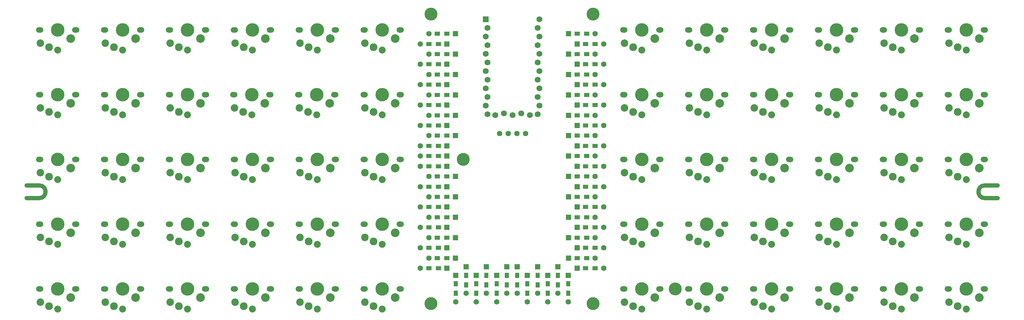
<source format=gbr>
%TF.GenerationSoftware,KiCad,Pcbnew,(6.0.0-rc1-306-g01eebd0b9d)*%
%TF.CreationDate,2022-02-27T11:11:43+00:00*%
%TF.ProjectId,lumberelite,6c756d62-6572-4656-9c69-74652e6b6963,2022.2*%
%TF.SameCoordinates,Original*%
%TF.FileFunction,Soldermask,Bot*%
%TF.FilePolarity,Negative*%
%FSLAX46Y46*%
G04 Gerber Fmt 4.6, Leading zero omitted, Abs format (unit mm)*
G04 Created by KiCad (PCBNEW (6.0.0-rc1-306-g01eebd0b9d)) date 2022-02-27 11:11:43*
%MOMM*%
%LPD*%
G01*
G04 APERTURE LIST*
%ADD10C,1.250000*%
%ADD11C,1.701800*%
%ADD12C,3.987800*%
%ADD13C,2.540000*%
%ADD14C,2.032000*%
%ADD15C,2.286000*%
%ADD16C,2.200000*%
%ADD17R,1.600000X1.600000*%
%ADD18R,1.600000X1.200000*%
%ADD19C,1.600000*%
%ADD20R,1.200000X1.600000*%
%ADD21C,3.800000*%
%ADD22R,1.752600X1.752600*%
%ADD23C,1.752600*%
G04 APERTURE END LIST*
D10*
%TO.C,HOLE*%
X50000000Y-108375000D02*
X53708900Y-108375000D01*
X53708900Y-104625000D02*
X50000000Y-104625000D01*
X53708900Y-108375000D02*
G75*
G03*
X53708900Y-104625000I0J1875000D01*
G01*
X331291200Y-108375000D02*
X335000100Y-108375000D01*
X335000100Y-104625000D02*
X331291200Y-104625000D01*
X331291200Y-104625000D02*
G75*
G03*
X331291200Y-108375000I0J-1875000D01*
G01*
%TD*%
D11*
%TO.C,SW_1_12*%
X331350000Y-58875000D03*
X320350000Y-58875000D03*
X330930000Y-58875000D03*
X320770000Y-58875000D03*
D12*
X325850000Y-58875000D03*
D13*
X329660000Y-61415000D03*
D14*
X325850000Y-64775000D03*
D15*
X323310000Y-63955000D03*
D16*
X320750000Y-62775000D03*
%TD*%
D11*
%TO.C,SW_1_9*%
X273780000Y-58875000D03*
X263620000Y-58875000D03*
X263200000Y-58875000D03*
X274200000Y-58875000D03*
D12*
X268700000Y-58875000D03*
D13*
X272510000Y-61415000D03*
D14*
X268700000Y-64775000D03*
D16*
X263600000Y-62775000D03*
D15*
X266160000Y-63955000D03*
%TD*%
D11*
%TO.C,SW_2_12*%
X320350000Y-77925000D03*
X331350000Y-77925000D03*
X320770000Y-77925000D03*
X330930000Y-77925000D03*
D12*
X325850000Y-77925000D03*
D14*
X325850000Y-83825000D03*
D13*
X329660000Y-80465000D03*
D16*
X320750000Y-81825000D03*
D15*
X323310000Y-83005000D03*
%TD*%
D11*
%TO.C,SW_2_9*%
X274200000Y-77925000D03*
D12*
X268700000Y-77925000D03*
D11*
X263620000Y-77925000D03*
X263200000Y-77925000D03*
X273780000Y-77925000D03*
D13*
X272510000Y-80465000D03*
D14*
X268700000Y-83825000D03*
D15*
X266160000Y-83005000D03*
D16*
X263600000Y-81825000D03*
%TD*%
D11*
%TO.C,SW_3_12*%
X320770000Y-96975000D03*
D12*
X325850000Y-96975000D03*
D11*
X331350000Y-96975000D03*
X330930000Y-96975000D03*
X320350000Y-96975000D03*
D14*
X325850000Y-102875000D03*
D13*
X329660000Y-99515000D03*
D15*
X323310000Y-102055000D03*
D16*
X320750000Y-100875000D03*
%TD*%
D12*
%TO.C,SW_3_11*%
X306800000Y-96975000D03*
D11*
X301300000Y-96975000D03*
X311880000Y-96975000D03*
X312300000Y-96975000D03*
X301720000Y-96975000D03*
D13*
X310610000Y-99515000D03*
D14*
X306800000Y-102875000D03*
D16*
X301700000Y-100875000D03*
D15*
X304260000Y-102055000D03*
%TD*%
D11*
%TO.C,SW_2_8*%
X244570000Y-77925000D03*
X244150000Y-77925000D03*
D12*
X249650000Y-77925000D03*
D11*
X255150000Y-77925000D03*
X254730000Y-77925000D03*
D14*
X249650000Y-83825000D03*
D13*
X253460000Y-80465000D03*
D16*
X244550000Y-81825000D03*
D15*
X247110000Y-83005000D03*
%TD*%
D11*
%TO.C,SW_4_12*%
X320770000Y-116025000D03*
X331350000Y-116025000D03*
X330930000Y-116025000D03*
D12*
X325850000Y-116025000D03*
D11*
X320350000Y-116025000D03*
D13*
X329660000Y-118565000D03*
D14*
X325850000Y-121925000D03*
D15*
X323310000Y-121105000D03*
D16*
X320750000Y-119925000D03*
%TD*%
D11*
%TO.C,SW_5_12*%
X331350000Y-135075000D03*
X320350000Y-135075000D03*
X320770000Y-135075000D03*
D12*
X325850000Y-135075000D03*
D11*
X330930000Y-135075000D03*
D14*
X325850000Y-140975000D03*
D13*
X329660000Y-137615000D03*
D16*
X320750000Y-138975000D03*
D15*
X323310000Y-140155000D03*
%TD*%
D11*
%TO.C,SW_4_10*%
X292830000Y-116025000D03*
X282670000Y-116025000D03*
D12*
X287750000Y-116025000D03*
D11*
X293250000Y-116025000D03*
X282250000Y-116025000D03*
D13*
X291560000Y-118565000D03*
D14*
X287750000Y-121925000D03*
D15*
X285210000Y-121105000D03*
D16*
X282650000Y-119925000D03*
%TD*%
D11*
%TO.C,SW_4_9*%
X263200000Y-116025000D03*
D12*
X268700000Y-116025000D03*
D11*
X263620000Y-116025000D03*
X274200000Y-116025000D03*
X273780000Y-116025000D03*
D13*
X272510000Y-118565000D03*
D14*
X268700000Y-121925000D03*
D16*
X263600000Y-119925000D03*
D15*
X266160000Y-121105000D03*
%TD*%
D11*
%TO.C,SW_5_2*%
X73120000Y-135075000D03*
X83280000Y-135075000D03*
D12*
X78200000Y-135075000D03*
D11*
X83700000Y-135075000D03*
X72700000Y-135075000D03*
D13*
X82010000Y-137615000D03*
D14*
X78200000Y-140975000D03*
D16*
X73100000Y-138975000D03*
D15*
X75660000Y-140155000D03*
%TD*%
D11*
%TO.C,SW_5_4*%
X111220000Y-135075000D03*
D12*
X116300000Y-135075000D03*
D11*
X110800000Y-135075000D03*
X121800000Y-135075000D03*
X121380000Y-135075000D03*
D13*
X120110000Y-137615000D03*
D14*
X116300000Y-140975000D03*
D15*
X113760000Y-140155000D03*
D16*
X111200000Y-138975000D03*
%TD*%
D11*
%TO.C,SW_5_5*%
X140430000Y-135075000D03*
X129850000Y-135075000D03*
D12*
X135350000Y-135075000D03*
D11*
X130270000Y-135075000D03*
X140850000Y-135075000D03*
D14*
X135350000Y-140975000D03*
D13*
X139160000Y-137615000D03*
D15*
X132810000Y-140155000D03*
D16*
X130250000Y-138975000D03*
%TD*%
D11*
%TO.C,SW_5_9*%
X263620000Y-135075000D03*
X263200000Y-135075000D03*
X273780000Y-135075000D03*
X274200000Y-135075000D03*
D12*
X268700000Y-135075000D03*
D13*
X272510000Y-137615000D03*
D14*
X268700000Y-140975000D03*
D16*
X263600000Y-138975000D03*
D15*
X266160000Y-140155000D03*
%TD*%
D17*
%TO.C,D_2_6*%
X175900000Y-78000000D03*
D18*
X173400000Y-78000000D03*
X170600000Y-78000000D03*
D19*
X168100000Y-78000000D03*
%TD*%
D18*
%TO.C,D_4_6*%
X173400000Y-114000000D03*
D17*
X175900000Y-114000000D03*
D19*
X168100000Y-114000000D03*
D18*
X170600000Y-114000000D03*
%TD*%
D20*
%TO.C,D_5_6*%
X191000000Y-131100000D03*
D17*
X191000000Y-128600000D03*
D19*
X191000000Y-136400000D03*
D20*
X191000000Y-133900000D03*
%TD*%
%TO.C,D_5_5*%
X188000000Y-133600000D03*
D17*
X188000000Y-131100000D03*
D20*
X188000000Y-136400000D03*
D19*
X188000000Y-138900000D03*
%TD*%
D20*
%TO.C,D_5_4*%
X185000000Y-131100000D03*
D17*
X185000000Y-128600000D03*
D19*
X185000000Y-136400000D03*
D20*
X185000000Y-133900000D03*
%TD*%
D17*
%TO.C,D_5_2*%
X179000000Y-128600000D03*
D20*
X179000000Y-131100000D03*
D19*
X179000000Y-136400000D03*
D20*
X179000000Y-133900000D03*
%TD*%
D17*
%TO.C,D_1_2*%
X175900000Y-72000000D03*
D18*
X173400000Y-72000000D03*
X170600000Y-72000000D03*
D19*
X168100000Y-72000000D03*
%TD*%
D21*
%TO.C,H1*%
X168687480Y-54237550D03*
%TD*%
%TO.C,H2*%
X216312520Y-54237550D03*
%TD*%
%TO.C,H3*%
X168687480Y-139367309D03*
%TD*%
%TO.C,H4*%
X216312520Y-139367309D03*
%TD*%
D20*
%TO.C,D_5_11*%
X206000000Y-131100000D03*
D17*
X206000000Y-128600000D03*
D20*
X206000000Y-133900000D03*
D19*
X206000000Y-136400000D03*
%TD*%
D11*
%TO.C,SW_5_8*%
X255150000Y-135075000D03*
X244570000Y-135075000D03*
X254730000Y-135075000D03*
X244150000Y-135075000D03*
D12*
X249650000Y-135075000D03*
D13*
X253460000Y-137615000D03*
D14*
X249650000Y-140975000D03*
D15*
X247110000Y-140155000D03*
D16*
X244550000Y-138975000D03*
%TD*%
D11*
%TO.C,SW_4_5*%
X140430000Y-116025000D03*
X140850000Y-116025000D03*
X130270000Y-116025000D03*
X129850000Y-116025000D03*
D12*
X135350000Y-116025000D03*
D14*
X135350000Y-121925000D03*
D13*
X139160000Y-118565000D03*
D15*
X132810000Y-121105000D03*
D16*
X130250000Y-119925000D03*
%TD*%
D11*
%TO.C,SW_4_4*%
X121800000Y-116025000D03*
X110800000Y-116025000D03*
X121380000Y-116025000D03*
X111220000Y-116025000D03*
D12*
X116300000Y-116025000D03*
D13*
X120110000Y-118565000D03*
D14*
X116300000Y-121925000D03*
D16*
X111200000Y-119925000D03*
D15*
X113760000Y-121105000D03*
%TD*%
D12*
%TO.C,SW_4_3*%
X97250000Y-116025000D03*
D11*
X91750000Y-116025000D03*
X102330000Y-116025000D03*
X92170000Y-116025000D03*
X102750000Y-116025000D03*
D14*
X97250000Y-121925000D03*
D13*
X101060000Y-118565000D03*
D15*
X94710000Y-121105000D03*
D16*
X92150000Y-119925000D03*
%TD*%
D12*
%TO.C,SW_5_1*%
X59150000Y-135075000D03*
D11*
X54070000Y-135075000D03*
X53650000Y-135075000D03*
X64230000Y-135075000D03*
X64650000Y-135075000D03*
D14*
X59150000Y-140975000D03*
D13*
X62960000Y-137615000D03*
D15*
X56610000Y-140155000D03*
D16*
X54050000Y-138975000D03*
%TD*%
D17*
%TO.C,D_4_2*%
X175900000Y-126000000D03*
D18*
X173400000Y-126000000D03*
X170600000Y-126000000D03*
D19*
X168100000Y-126000000D03*
%TD*%
D18*
%TO.C,D_4_4*%
X173400000Y-120000000D03*
D17*
X175900000Y-120000000D03*
D19*
X168100000Y-120000000D03*
D18*
X170600000Y-120000000D03*
%TD*%
D17*
%TO.C,D_3_1*%
X173400000Y-111000000D03*
D18*
X170900000Y-111000000D03*
X168100000Y-111000000D03*
D19*
X165600000Y-111000000D03*
%TD*%
D17*
%TO.C,D_3_2*%
X175900000Y-108000000D03*
D18*
X173400000Y-108000000D03*
D19*
X168100000Y-108000000D03*
D18*
X170600000Y-108000000D03*
%TD*%
%TO.C,D_3_3*%
X170900000Y-105000000D03*
D17*
X173400000Y-105000000D03*
D18*
X168100000Y-105000000D03*
D19*
X165600000Y-105000000D03*
%TD*%
D17*
%TO.C,D_4_5*%
X173400000Y-117000000D03*
D18*
X170900000Y-117000000D03*
D19*
X165600000Y-117000000D03*
D18*
X168100000Y-117000000D03*
%TD*%
D17*
%TO.C,D_2_1*%
X173400000Y-93000000D03*
D18*
X170900000Y-93000000D03*
D19*
X165600000Y-93000000D03*
D18*
X168100000Y-93000000D03*
%TD*%
%TO.C,D_3_5*%
X170900000Y-99000000D03*
D17*
X173400000Y-99000000D03*
D19*
X165600000Y-99000000D03*
D18*
X168100000Y-99000000D03*
%TD*%
D17*
%TO.C,D_2_3*%
X173400000Y-87000000D03*
D18*
X170900000Y-87000000D03*
D19*
X165600000Y-87000000D03*
D18*
X168100000Y-87000000D03*
%TD*%
D17*
%TO.C,D_2_4*%
X175900000Y-84000000D03*
D18*
X173400000Y-84000000D03*
D19*
X168100000Y-84000000D03*
D18*
X170600000Y-84000000D03*
%TD*%
%TO.C,D_2_5*%
X170900000Y-81000000D03*
D17*
X173400000Y-81000000D03*
D18*
X168100000Y-81000000D03*
D19*
X165600000Y-81000000D03*
%TD*%
D17*
%TO.C,D_1_11*%
X209100000Y-72000000D03*
D18*
X211600000Y-72000000D03*
X214400000Y-72000000D03*
D19*
X216900000Y-72000000D03*
%TD*%
D17*
%TO.C,D_1_3*%
X173400000Y-69000000D03*
D18*
X170900000Y-69000000D03*
D19*
X165600000Y-69000000D03*
D18*
X168100000Y-69000000D03*
%TD*%
D11*
%TO.C,SW_3_6*%
X148900000Y-96975000D03*
X159900000Y-96975000D03*
X149320000Y-96975000D03*
D12*
X154400000Y-96975000D03*
D11*
X159480000Y-96975000D03*
D14*
X154400000Y-102875000D03*
D13*
X158210000Y-99515000D03*
D16*
X149300000Y-100875000D03*
D15*
X151860000Y-102055000D03*
%TD*%
D11*
%TO.C,SW_2_5*%
X140280000Y-77925000D03*
D12*
X135200000Y-77925000D03*
D11*
X129700000Y-77925000D03*
X140700000Y-77925000D03*
X130120000Y-77925000D03*
D14*
X135200000Y-83825000D03*
D13*
X139010000Y-80465000D03*
D15*
X132660000Y-83005000D03*
D16*
X130100000Y-81825000D03*
%TD*%
D12*
%TO.C,SW_3_3*%
X97250000Y-96975000D03*
D11*
X91750000Y-96975000D03*
X102330000Y-96975000D03*
X92170000Y-96975000D03*
X102750000Y-96975000D03*
D14*
X97250000Y-102875000D03*
D13*
X101060000Y-99515000D03*
D15*
X94710000Y-102055000D03*
D16*
X92150000Y-100875000D03*
%TD*%
D11*
%TO.C,SW_3_2*%
X83700000Y-96975000D03*
D12*
X78200000Y-96975000D03*
D11*
X72700000Y-96975000D03*
X83280000Y-96975000D03*
X73120000Y-96975000D03*
D13*
X82010000Y-99515000D03*
D14*
X78200000Y-102875000D03*
D15*
X75660000Y-102055000D03*
D16*
X73100000Y-100875000D03*
%TD*%
D12*
%TO.C,SW_3_1*%
X59150000Y-96975000D03*
D11*
X54070000Y-96975000D03*
X53650000Y-96975000D03*
X64230000Y-96975000D03*
X64650000Y-96975000D03*
D13*
X62960000Y-99515000D03*
D14*
X59150000Y-102875000D03*
D16*
X54050000Y-100875000D03*
D15*
X56610000Y-102055000D03*
%TD*%
D11*
%TO.C,SW_1_6*%
X148900000Y-58875000D03*
D12*
X154400000Y-58875000D03*
D11*
X159900000Y-58875000D03*
X149320000Y-58875000D03*
X159480000Y-58875000D03*
D13*
X158210000Y-61415000D03*
D14*
X154400000Y-64775000D03*
D16*
X149300000Y-62775000D03*
D15*
X151860000Y-63955000D03*
%TD*%
D11*
%TO.C,SW_1_4*%
X121800000Y-58875000D03*
X121380000Y-58875000D03*
D12*
X116300000Y-58875000D03*
D11*
X111220000Y-58875000D03*
X110800000Y-58875000D03*
D13*
X120110000Y-61415000D03*
D14*
X116300000Y-64775000D03*
D15*
X113760000Y-63955000D03*
D16*
X111200000Y-62775000D03*
%TD*%
D11*
%TO.C,SW_1_3*%
X102330000Y-58875000D03*
D12*
X97250000Y-58875000D03*
D11*
X91750000Y-58875000D03*
X102750000Y-58875000D03*
X92170000Y-58875000D03*
D14*
X97250000Y-64775000D03*
D13*
X101060000Y-61415000D03*
D15*
X94710000Y-63955000D03*
D16*
X92150000Y-62775000D03*
%TD*%
D18*
%TO.C,D_1_10*%
X214100000Y-69000000D03*
D17*
X211600000Y-69000000D03*
D19*
X219400000Y-69000000D03*
D18*
X216900000Y-69000000D03*
%TD*%
D11*
%TO.C,SW_1_11*%
X311880000Y-58875000D03*
D12*
X306800000Y-58875000D03*
D11*
X312300000Y-58875000D03*
X301720000Y-58875000D03*
X301300000Y-58875000D03*
D13*
X310610000Y-61415000D03*
D14*
X306800000Y-64775000D03*
D15*
X304260000Y-63955000D03*
D16*
X301700000Y-62775000D03*
%TD*%
D17*
%TO.C,D_1_5*%
X173400000Y-63000000D03*
D18*
X170900000Y-63000000D03*
X168100000Y-63000000D03*
D19*
X165600000Y-63000000D03*
%TD*%
D11*
%TO.C,SW_2_3*%
X102330000Y-77925000D03*
X91750000Y-77925000D03*
X102750000Y-77925000D03*
D12*
X97250000Y-77925000D03*
D11*
X92170000Y-77925000D03*
D14*
X97250000Y-83825000D03*
D13*
X101060000Y-80465000D03*
D16*
X92150000Y-81825000D03*
D15*
X94710000Y-83005000D03*
%TD*%
D11*
%TO.C,SW_2_4*%
X110650000Y-77925000D03*
X121230000Y-77925000D03*
X121650000Y-77925000D03*
D12*
X116150000Y-77925000D03*
D11*
X111070000Y-77925000D03*
D13*
X119960000Y-80465000D03*
D14*
X116150000Y-83825000D03*
D16*
X111050000Y-81825000D03*
D15*
X113610000Y-83005000D03*
%TD*%
D11*
%TO.C,SW_2_6*%
X159480000Y-77925000D03*
X159900000Y-77925000D03*
D12*
X154400000Y-77925000D03*
D11*
X149320000Y-77925000D03*
X148900000Y-77925000D03*
D14*
X154400000Y-83825000D03*
D13*
X158210000Y-80465000D03*
D16*
X149300000Y-81825000D03*
D15*
X151860000Y-83005000D03*
%TD*%
D11*
%TO.C,SW_4_1*%
X53650000Y-116025000D03*
X54070000Y-116025000D03*
D12*
X59150000Y-116025000D03*
D11*
X64650000Y-116025000D03*
X64230000Y-116025000D03*
D14*
X59150000Y-121925000D03*
D13*
X62960000Y-118565000D03*
D15*
X56610000Y-121105000D03*
D16*
X54050000Y-119925000D03*
%TD*%
D11*
%TO.C,SW_4_2*%
X83280000Y-116025000D03*
D12*
X78200000Y-116025000D03*
D11*
X72700000Y-116025000D03*
X83700000Y-116025000D03*
X73120000Y-116025000D03*
D13*
X82010000Y-118565000D03*
D14*
X78200000Y-121925000D03*
D15*
X75660000Y-121105000D03*
D16*
X73100000Y-119925000D03*
%TD*%
D12*
%TO.C,SW_5_11*%
X306800000Y-135075000D03*
D11*
X301300000Y-135075000D03*
X312300000Y-135075000D03*
X301720000Y-135075000D03*
X311880000Y-135075000D03*
D13*
X310610000Y-137615000D03*
D14*
X306800000Y-140975000D03*
D15*
X304260000Y-140155000D03*
D16*
X301700000Y-138975000D03*
%TD*%
D11*
%TO.C,SW_3_8*%
X244570000Y-96975000D03*
D12*
X249650000Y-96975000D03*
D11*
X244150000Y-96975000D03*
X255150000Y-96975000D03*
X254730000Y-96975000D03*
D13*
X253460000Y-99515000D03*
D14*
X249650000Y-102875000D03*
D16*
X244550000Y-100875000D03*
D15*
X247110000Y-102055000D03*
%TD*%
D11*
%TO.C,SW_3_9*%
X273780000Y-96975000D03*
D12*
X268700000Y-96975000D03*
D11*
X263200000Y-96975000D03*
X274200000Y-96975000D03*
X263620000Y-96975000D03*
D13*
X272510000Y-99515000D03*
D14*
X268700000Y-102875000D03*
D15*
X266160000Y-102055000D03*
D16*
X263600000Y-100875000D03*
%TD*%
D11*
%TO.C,SW_4_11*%
X312300000Y-116025000D03*
X301300000Y-116025000D03*
X301720000Y-116025000D03*
X311880000Y-116025000D03*
D12*
X306800000Y-116025000D03*
D13*
X310610000Y-118565000D03*
D14*
X306800000Y-121925000D03*
D15*
X304260000Y-121105000D03*
D16*
X301700000Y-119925000D03*
%TD*%
D17*
%TO.C,D_5_10*%
X203000000Y-131100000D03*
D20*
X203000000Y-133600000D03*
X203000000Y-136400000D03*
D19*
X203000000Y-138900000D03*
%TD*%
D11*
%TO.C,SW_5_3*%
X102330000Y-135075000D03*
X91750000Y-135075000D03*
D12*
X97250000Y-135075000D03*
D11*
X102750000Y-135075000D03*
X92170000Y-135075000D03*
D14*
X97250000Y-140975000D03*
D13*
X101060000Y-137615000D03*
D15*
X94710000Y-140155000D03*
D16*
X92150000Y-138975000D03*
%TD*%
D11*
%TO.C,SW_2_1*%
X53650000Y-77925000D03*
X54070000Y-77925000D03*
X64650000Y-77925000D03*
D12*
X59150000Y-77925000D03*
D11*
X64230000Y-77925000D03*
D14*
X59150000Y-83825000D03*
D13*
X62960000Y-80465000D03*
D15*
X56610000Y-83005000D03*
D16*
X54050000Y-81825000D03*
%TD*%
D11*
%TO.C,SW_4_8*%
X255150000Y-116025000D03*
D12*
X249650000Y-116025000D03*
D11*
X244150000Y-116025000D03*
X244570000Y-116025000D03*
X254730000Y-116025000D03*
D14*
X249650000Y-121925000D03*
D13*
X253460000Y-118565000D03*
D16*
X244550000Y-119925000D03*
D15*
X247110000Y-121105000D03*
%TD*%
D11*
%TO.C,SW_1_5*%
X140430000Y-58875000D03*
X130270000Y-58875000D03*
X129850000Y-58875000D03*
X140850000Y-58875000D03*
D12*
X135350000Y-58875000D03*
D14*
X135350000Y-64775000D03*
D13*
X139160000Y-61415000D03*
D16*
X130250000Y-62775000D03*
D15*
X132810000Y-63955000D03*
%TD*%
D12*
%TO.C,SW_1_10*%
X287750000Y-58875000D03*
D11*
X282250000Y-58875000D03*
X293250000Y-58875000D03*
X292830000Y-58875000D03*
X282670000Y-58875000D03*
D13*
X291560000Y-61415000D03*
D14*
X287750000Y-64775000D03*
D16*
X282650000Y-62775000D03*
D15*
X285210000Y-63955000D03*
%TD*%
D11*
%TO.C,SW_2_11*%
X301720000Y-77925000D03*
D12*
X306800000Y-77925000D03*
D11*
X312300000Y-77925000D03*
X301300000Y-77925000D03*
X311880000Y-77925000D03*
D14*
X306800000Y-83825000D03*
D13*
X310610000Y-80465000D03*
D15*
X304260000Y-83005000D03*
D16*
X301700000Y-81825000D03*
%TD*%
D11*
%TO.C,SW_4_6*%
X148900000Y-116025000D03*
D12*
X154400000Y-116025000D03*
D11*
X149320000Y-116025000D03*
X159900000Y-116025000D03*
X159480000Y-116025000D03*
D13*
X158210000Y-118565000D03*
D14*
X154400000Y-121925000D03*
D16*
X149300000Y-119925000D03*
D15*
X151860000Y-121105000D03*
%TD*%
D17*
%TO.C,D_5_1*%
X176000000Y-131100000D03*
D20*
X176000000Y-133600000D03*
D19*
X176000000Y-138900000D03*
D20*
X176000000Y-136400000D03*
%TD*%
D12*
%TO.C,SW_2_7*%
X230600000Y-77925000D03*
D11*
X235680000Y-77925000D03*
X225100000Y-77925000D03*
X225520000Y-77925000D03*
X236100000Y-77925000D03*
D14*
X230600000Y-83825000D03*
D13*
X234410000Y-80465000D03*
D15*
X228060000Y-83005000D03*
D16*
X225500000Y-81825000D03*
%TD*%
D11*
%TO.C,SW_1_7*%
X225100000Y-58875000D03*
X235680000Y-58875000D03*
D12*
X230600000Y-58875000D03*
D11*
X225520000Y-58875000D03*
X236100000Y-58875000D03*
D14*
X230600000Y-64775000D03*
D13*
X234410000Y-61415000D03*
D16*
X225500000Y-62775000D03*
D15*
X228060000Y-63955000D03*
%TD*%
D11*
%TO.C,SW_1_8*%
X254730000Y-58875000D03*
X244150000Y-58875000D03*
X244570000Y-58875000D03*
D12*
X249650000Y-58875000D03*
D11*
X255150000Y-58875000D03*
D14*
X249650000Y-64775000D03*
D13*
X253460000Y-61415000D03*
D16*
X244550000Y-62775000D03*
D15*
X247110000Y-63955000D03*
%TD*%
D11*
%TO.C,SW_5_6*%
X159900000Y-135075000D03*
X149320000Y-135075000D03*
X159480000Y-135075000D03*
X148900000Y-135075000D03*
D12*
X154400000Y-135075000D03*
D13*
X158210000Y-137615000D03*
D14*
X154400000Y-140975000D03*
D16*
X149300000Y-138975000D03*
D15*
X151860000Y-140155000D03*
%TD*%
D18*
%TO.C,D_3_12*%
X214100000Y-111000000D03*
D17*
X211600000Y-111000000D03*
D19*
X219400000Y-111000000D03*
D18*
X216900000Y-111000000D03*
%TD*%
D17*
%TO.C,D_5_12*%
X209000000Y-131100000D03*
D20*
X209000000Y-133600000D03*
D19*
X209000000Y-138900000D03*
D20*
X209000000Y-136400000D03*
%TD*%
D11*
%TO.C,SW_3_7*%
X236100000Y-96975000D03*
X225520000Y-96975000D03*
X235680000Y-96975000D03*
D12*
X230600000Y-96975000D03*
D11*
X225100000Y-96975000D03*
D13*
X234410000Y-99515000D03*
D14*
X230600000Y-102875000D03*
D15*
X228060000Y-102055000D03*
D16*
X225500000Y-100875000D03*
%TD*%
D11*
%TO.C,SW_5_7*%
X225520000Y-135075000D03*
X235680000Y-135075000D03*
D12*
X230600000Y-135075000D03*
D11*
X225100000Y-135075000D03*
X236100000Y-135075000D03*
D14*
X230600000Y-140975000D03*
D13*
X234410000Y-137615000D03*
D15*
X228060000Y-140155000D03*
D16*
X225500000Y-138975000D03*
%TD*%
D11*
%TO.C,SW_4_7*%
X225100000Y-116025000D03*
X236100000Y-116025000D03*
D12*
X230600000Y-116025000D03*
D11*
X225520000Y-116025000D03*
X235680000Y-116025000D03*
D14*
X230600000Y-121925000D03*
D13*
X234410000Y-118565000D03*
D15*
X228060000Y-121105000D03*
D16*
X225500000Y-119925000D03*
%TD*%
D11*
%TO.C,SW_3_5*%
X140850000Y-96975000D03*
X140430000Y-96975000D03*
X130270000Y-96975000D03*
X129850000Y-96975000D03*
D12*
X135350000Y-96975000D03*
D14*
X135350000Y-102875000D03*
D13*
X139160000Y-99515000D03*
D15*
X132810000Y-102055000D03*
D16*
X130250000Y-100875000D03*
%TD*%
D11*
%TO.C,SW_2_10*%
X282670000Y-77925000D03*
X282250000Y-77925000D03*
D12*
X287750000Y-77925000D03*
D11*
X293250000Y-77925000D03*
X292830000Y-77925000D03*
D14*
X287750000Y-83825000D03*
D13*
X291560000Y-80465000D03*
D16*
X282650000Y-81825000D03*
D15*
X285210000Y-83005000D03*
%TD*%
D17*
%TO.C,D_1_12*%
X211600000Y-75000000D03*
D18*
X214100000Y-75000000D03*
X216900000Y-75000000D03*
D19*
X219400000Y-75000000D03*
%TD*%
D18*
%TO.C,D_1_7*%
X211600000Y-60000000D03*
D17*
X209100000Y-60000000D03*
D18*
X214400000Y-60000000D03*
D19*
X216900000Y-60000000D03*
%TD*%
D17*
%TO.C,D_1_8*%
X211600000Y-63000000D03*
D18*
X214100000Y-63000000D03*
D19*
X219400000Y-63000000D03*
D18*
X216900000Y-63000000D03*
%TD*%
%TO.C,D_2_7*%
X211600000Y-78000000D03*
D17*
X209100000Y-78000000D03*
D19*
X216900000Y-78000000D03*
D18*
X214400000Y-78000000D03*
%TD*%
D17*
%TO.C,D_2_12*%
X211600000Y-93000000D03*
D18*
X214100000Y-93000000D03*
D19*
X219400000Y-93000000D03*
D18*
X216900000Y-93000000D03*
%TD*%
D17*
%TO.C,D_2_10*%
X211600000Y-87000000D03*
D18*
X214100000Y-87000000D03*
D19*
X219400000Y-87000000D03*
D18*
X216900000Y-87000000D03*
%TD*%
D17*
%TO.C,D_2_11*%
X209100000Y-90000000D03*
D18*
X211600000Y-90000000D03*
D19*
X216900000Y-90000000D03*
D18*
X214400000Y-90000000D03*
%TD*%
%TO.C,D_3_9*%
X211600000Y-102000000D03*
D17*
X209100000Y-102000000D03*
D18*
X214400000Y-102000000D03*
D19*
X216900000Y-102000000D03*
%TD*%
D17*
%TO.C,D_3_8*%
X211600000Y-99000000D03*
D18*
X214100000Y-99000000D03*
X216900000Y-99000000D03*
D19*
X219400000Y-99000000D03*
%TD*%
D17*
%TO.C,D_3_7*%
X209100000Y-96000000D03*
D18*
X211600000Y-96000000D03*
D19*
X216900000Y-96000000D03*
D18*
X214400000Y-96000000D03*
%TD*%
D17*
%TO.C,D_2_8*%
X211600000Y-81000000D03*
D18*
X214100000Y-81000000D03*
X216900000Y-81000000D03*
D19*
X219400000Y-81000000D03*
%TD*%
D17*
%TO.C,D_3_11*%
X209100000Y-108000000D03*
D18*
X211600000Y-108000000D03*
D19*
X216900000Y-108000000D03*
D18*
X214400000Y-108000000D03*
%TD*%
%TO.C,D_3_10*%
X214100000Y-105000000D03*
D17*
X211600000Y-105000000D03*
D18*
X216900000Y-105000000D03*
D19*
X219400000Y-105000000D03*
%TD*%
D17*
%TO.C,D_4_7*%
X209100000Y-114000000D03*
D18*
X211600000Y-114000000D03*
X214400000Y-114000000D03*
D19*
X216900000Y-114000000D03*
%TD*%
D18*
%TO.C,D_2_9*%
X211600000Y-84000000D03*
D17*
X209100000Y-84000000D03*
D18*
X214400000Y-84000000D03*
D19*
X216900000Y-84000000D03*
%TD*%
D17*
%TO.C,D_1_9*%
X209100000Y-66000000D03*
D18*
X211600000Y-66000000D03*
X214400000Y-66000000D03*
D19*
X216900000Y-66000000D03*
%TD*%
D18*
%TO.C,D_4_12*%
X214100000Y-129000000D03*
D17*
X211600000Y-129000000D03*
D18*
X216900000Y-129000000D03*
D19*
X219400000Y-129000000D03*
%TD*%
D18*
%TO.C,D_4_9*%
X211600000Y-120000000D03*
D17*
X209100000Y-120000000D03*
D19*
X216900000Y-120000000D03*
D18*
X214400000Y-120000000D03*
%TD*%
D17*
%TO.C,D_5_7*%
X194000000Y-128600000D03*
D20*
X194000000Y-131100000D03*
D19*
X194000000Y-136400000D03*
D20*
X194000000Y-133900000D03*
%TD*%
D17*
%TO.C,D_4_8*%
X211600000Y-117000000D03*
D18*
X214100000Y-117000000D03*
D19*
X219400000Y-117000000D03*
D18*
X216900000Y-117000000D03*
%TD*%
D17*
%TO.C,D_4_10*%
X211600000Y-123000000D03*
D18*
X214100000Y-123000000D03*
D19*
X219400000Y-123000000D03*
D18*
X216900000Y-123000000D03*
%TD*%
D17*
%TO.C,D_4_11*%
X209100000Y-126000000D03*
D18*
X211600000Y-126000000D03*
D19*
X216900000Y-126000000D03*
D18*
X214400000Y-126000000D03*
%TD*%
D20*
%TO.C,D_5_8*%
X197000000Y-133600000D03*
D17*
X197000000Y-131100000D03*
D19*
X197000000Y-138900000D03*
D20*
X197000000Y-136400000D03*
%TD*%
D17*
%TO.C,D_5_9*%
X200000000Y-128600000D03*
D20*
X200000000Y-131100000D03*
D19*
X200000000Y-136400000D03*
D20*
X200000000Y-133900000D03*
%TD*%
D18*
%TO.C,D_4_1*%
X170900000Y-129000000D03*
D17*
X173400000Y-129000000D03*
D18*
X168100000Y-129000000D03*
D19*
X165600000Y-129000000D03*
%TD*%
D18*
%TO.C,D_3_4*%
X173400000Y-102000000D03*
D17*
X175900000Y-102000000D03*
D18*
X170600000Y-102000000D03*
D19*
X168100000Y-102000000D03*
%TD*%
D18*
%TO.C,D_3_6*%
X170900000Y-96000000D03*
D17*
X173400000Y-96000000D03*
D19*
X165600000Y-96000000D03*
D18*
X168100000Y-96000000D03*
%TD*%
D17*
%TO.C,D_1_1*%
X173400000Y-75000000D03*
D18*
X170900000Y-75000000D03*
X168100000Y-75000000D03*
D19*
X165600000Y-75000000D03*
%TD*%
D18*
%TO.C,D_4_3*%
X170900000Y-123000000D03*
D17*
X173400000Y-123000000D03*
D19*
X165600000Y-123000000D03*
D18*
X168100000Y-123000000D03*
%TD*%
D11*
%TO.C,SW_3_10*%
X292830000Y-96975000D03*
X282250000Y-96975000D03*
X282670000Y-96975000D03*
D12*
X287750000Y-96975000D03*
D11*
X293250000Y-96975000D03*
D14*
X287750000Y-102875000D03*
D13*
X291560000Y-99515000D03*
D16*
X282650000Y-100875000D03*
D15*
X285210000Y-102055000D03*
%TD*%
D12*
%TO.C,SW_1_2*%
X78200000Y-58875000D03*
D11*
X83700000Y-58875000D03*
X73120000Y-58875000D03*
X83280000Y-58875000D03*
X72700000Y-58875000D03*
D13*
X82010000Y-61415000D03*
D14*
X78200000Y-64775000D03*
D16*
X73100000Y-62775000D03*
D15*
X75660000Y-63955000D03*
%TD*%
D12*
%TO.C,SW_5_10*%
X287750000Y-135075000D03*
D11*
X293250000Y-135075000D03*
X292830000Y-135075000D03*
X282250000Y-135075000D03*
X282670000Y-135075000D03*
D14*
X287750000Y-140975000D03*
D13*
X291560000Y-137615000D03*
D16*
X282650000Y-138975000D03*
D15*
X285210000Y-140155000D03*
%TD*%
D12*
%TO.C,SW_1_1*%
X59150000Y-58875000D03*
D11*
X64230000Y-58875000D03*
X54070000Y-58875000D03*
X53650000Y-58875000D03*
X64650000Y-58875000D03*
D14*
X59150000Y-64775000D03*
D13*
X62960000Y-61415000D03*
D16*
X54050000Y-62775000D03*
D15*
X56610000Y-63955000D03*
%TD*%
D11*
%TO.C,SW_2_2*%
X83700000Y-77925000D03*
D12*
X78200000Y-77925000D03*
D11*
X83280000Y-77925000D03*
X72700000Y-77925000D03*
X73120000Y-77925000D03*
D14*
X78200000Y-83825000D03*
D13*
X82010000Y-80465000D03*
D16*
X73100000Y-81825000D03*
D15*
X75660000Y-83005000D03*
%TD*%
D12*
%TO.C,SW_3_4*%
X116300000Y-96975000D03*
D11*
X111220000Y-96975000D03*
X121380000Y-96975000D03*
X110800000Y-96975000D03*
X121800000Y-96975000D03*
D14*
X116300000Y-102875000D03*
D13*
X120110000Y-99515000D03*
D15*
X113760000Y-102055000D03*
D16*
X111200000Y-100875000D03*
%TD*%
D18*
%TO.C,D_1_4*%
X173400000Y-66000000D03*
D17*
X175900000Y-66000000D03*
D19*
X168100000Y-66000000D03*
D18*
X170600000Y-66000000D03*
%TD*%
D20*
%TO.C,D_5_3*%
X182000000Y-133600000D03*
D17*
X182000000Y-131100000D03*
D19*
X182000000Y-138900000D03*
D20*
X182000000Y-136400000D03*
%TD*%
D18*
%TO.C,D_2_2*%
X173400000Y-90000000D03*
D17*
X175900000Y-90000000D03*
D19*
X168100000Y-90000000D03*
D18*
X170600000Y-90000000D03*
%TD*%
D17*
%TO.C,D_1_6*%
X175900000Y-60000000D03*
D18*
X173400000Y-60000000D03*
X170600000Y-60000000D03*
D19*
X168100000Y-60000000D03*
%TD*%
D16*
%TO.C,H6*%
X178567763Y-97003494D03*
X177809667Y-97003494D03*
X178192003Y-97003494D03*
D21*
X178192003Y-97003494D03*
%TD*%
D22*
%TO.C,U2*%
X184825728Y-55760073D03*
D23*
X185282928Y-58300073D03*
X184825728Y-60840073D03*
X185282928Y-63380073D03*
X184825728Y-65920073D03*
X185282928Y-68460073D03*
X184825728Y-71000073D03*
X185282928Y-73540073D03*
X184825728Y-76080073D03*
X185282928Y-78620073D03*
X184825728Y-81160073D03*
X185282928Y-83700073D03*
X200065728Y-83700073D03*
X200522928Y-81160073D03*
X200065728Y-78620073D03*
X200522928Y-76080073D03*
X200065728Y-73540073D03*
X200522928Y-71000073D03*
X200065728Y-68460073D03*
X200522928Y-65920073D03*
X200065728Y-63380073D03*
X200522928Y-60840073D03*
X200065728Y-58300073D03*
X200522928Y-55760073D03*
X187594328Y-83928673D03*
X190134328Y-83471473D03*
X192674328Y-83928673D03*
X195214328Y-83471473D03*
X197754328Y-83928673D03*
%TD*%
D16*
%TO.C,H7*%
X240040597Y-135085732D03*
X240798693Y-135085732D03*
X240422933Y-135085732D03*
D21*
X240422933Y-135085732D03*
%TD*%
D19*
%TO.C,OLED1*%
X196463052Y-89355000D03*
X193923052Y-89355000D03*
X191383052Y-89355000D03*
X188843052Y-89355000D03*
%TD*%
M02*

</source>
